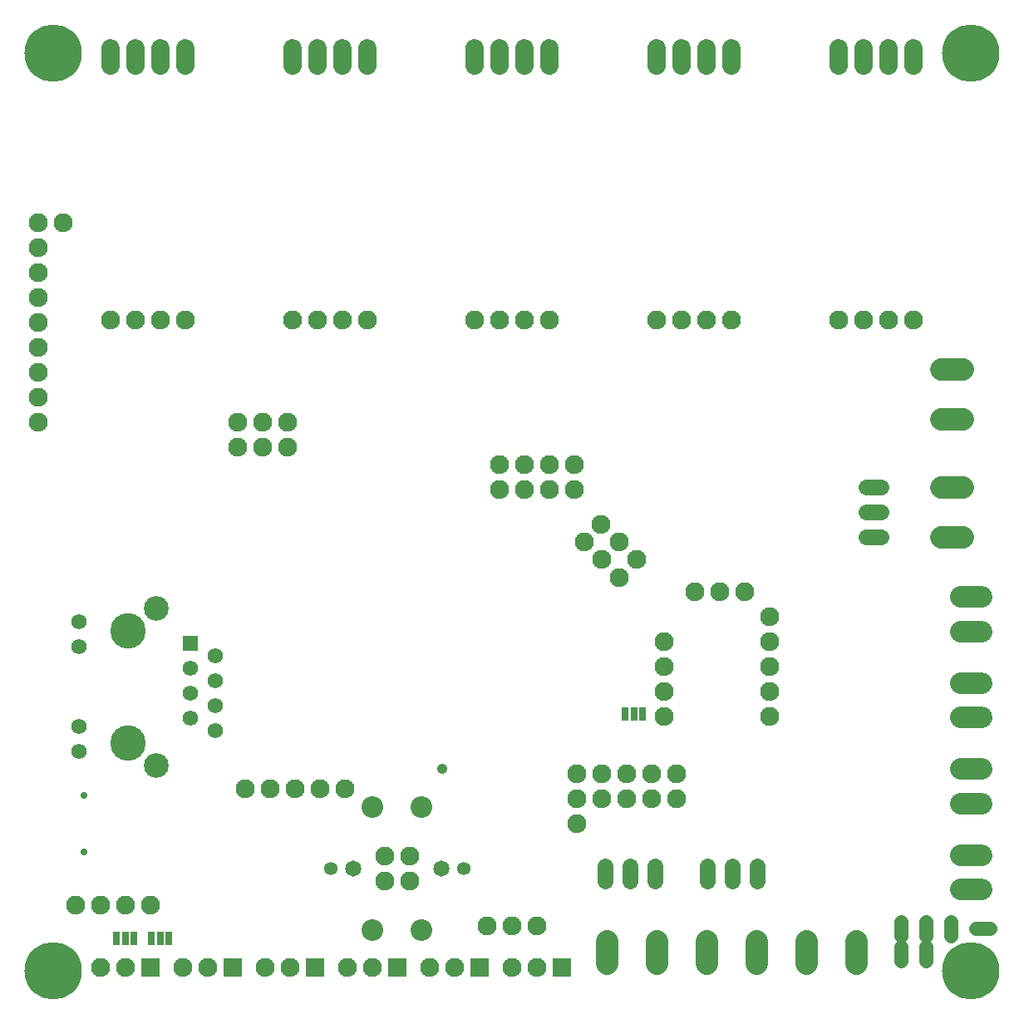
<source format=gbr>
G04 EAGLE Gerber RS-274X export*
G75*
%MOMM*%
%FSLAX34Y34*%
%LPD*%
%INGBS*%
%IPPOS*%
%AMOC8*
5,1,8,0,0,1.08239X$1,22.5*%
G01*
%ADD10C,2.209800*%
%ADD11C,1.358800*%
%ADD12C,1.650800*%
%ADD13R,1.930400X1.930400*%
%ADD14C,1.930400*%
%ADD15C,1.828800*%
%ADD16C,1.574800*%
%ADD17C,2.184400*%
%ADD18C,1.473200*%
%ADD19R,1.574800X1.574800*%
%ADD20C,1.574800*%
%ADD21C,2.527300*%
%ADD22C,3.606800*%
%ADD23R,0.685800X1.320800*%
%ADD24C,2.300800*%
%ADD25C,0.700800*%
%ADD26C,5.850800*%
%ADD27C,1.158800*%
%ADD28C,1.050800*%


D10*
X-91840Y-298180D03*
X-91840Y-423180D03*
X-141840Y-298180D03*
X-141840Y-423180D03*
D11*
X-49340Y-360680D03*
X-184340Y-360680D03*
D12*
X-71840Y-360680D03*
X-161840Y-360680D03*
D13*
X-368300Y-461010D03*
D14*
X-393700Y-461010D03*
X-419100Y-461010D03*
D13*
X-284480Y-461010D03*
D14*
X-309880Y-461010D03*
X-335280Y-461010D03*
D13*
X-200660Y-461010D03*
D14*
X-226060Y-461010D03*
X-251460Y-461010D03*
D13*
X-116840Y-461010D03*
D14*
X-142240Y-461010D03*
X-167640Y-461010D03*
D13*
X-33020Y-461010D03*
D14*
X-58420Y-461010D03*
X-83820Y-461010D03*
D13*
X50800Y-461010D03*
D14*
X25400Y-461010D03*
X0Y-461010D03*
X167640Y-264160D03*
X142240Y-264160D03*
X116840Y-264160D03*
X91440Y-264160D03*
X167640Y-289560D03*
X142240Y-289560D03*
X116840Y-289560D03*
X91440Y-289560D03*
X73660Y-27940D03*
X91621Y-45901D03*
X109581Y-63861D03*
X127000Y-45720D03*
X109039Y-27759D03*
X91079Y-9799D03*
X-25400Y-419100D03*
X0Y-419100D03*
X25400Y-419100D03*
X-129540Y-347980D03*
X-104140Y-347980D03*
X-129540Y-373380D03*
X-104140Y-373380D03*
X-482600Y271780D03*
X-482600Y246380D03*
X-482600Y220980D03*
X-482600Y195580D03*
X-482600Y170180D03*
X-482600Y144780D03*
X-482600Y119380D03*
X-482600Y93980D03*
D15*
X-408940Y457200D02*
X-408940Y474980D01*
X-383540Y474980D02*
X-383540Y457200D01*
X-358140Y457200D02*
X-358140Y474980D01*
X-332740Y474980D02*
X-332740Y457200D01*
X-223520Y457200D02*
X-223520Y474980D01*
X-198120Y474980D02*
X-198120Y457200D01*
X-172720Y457200D02*
X-172720Y474980D01*
X-147320Y474980D02*
X-147320Y457200D01*
X-38100Y457200D02*
X-38100Y474980D01*
X-12700Y474980D02*
X-12700Y457200D01*
X12700Y457200D02*
X12700Y474980D01*
X38100Y474980D02*
X38100Y457200D01*
X147320Y457200D02*
X147320Y474980D01*
X172720Y474980D02*
X172720Y457200D01*
X198120Y457200D02*
X198120Y474980D01*
X223520Y474980D02*
X223520Y457200D01*
D16*
X250190Y-358140D02*
X250190Y-373380D01*
X224790Y-373380D02*
X224790Y-358140D01*
X199390Y-358140D02*
X199390Y-373380D01*
X146050Y-373380D02*
X146050Y-358140D01*
X120650Y-358140D02*
X120650Y-373380D01*
X95250Y-373380D02*
X95250Y-358140D01*
D17*
X457200Y-259360D02*
X478536Y-259360D01*
X478536Y-294360D02*
X457200Y-294360D01*
X457200Y-171730D02*
X478536Y-171730D01*
X478536Y-206730D02*
X457200Y-206730D01*
D18*
X472440Y-421640D02*
X486664Y-421640D01*
X447040Y-428752D02*
X447040Y-414528D01*
X396240Y-414528D02*
X396240Y-428752D01*
X421640Y-428752D02*
X421640Y-414528D01*
X396240Y-439928D02*
X396240Y-454152D01*
X421640Y-454152D02*
X421640Y-439928D01*
D14*
X-279400Y68580D03*
X-254000Y68580D03*
X-228600Y68580D03*
X-228600Y93980D03*
X-254000Y93980D03*
X-279400Y93980D03*
D19*
X-327660Y-130810D03*
D20*
X-302260Y-143510D03*
X-327660Y-156210D03*
X-302260Y-168910D03*
X-327660Y-181610D03*
X-302260Y-194310D03*
X-327660Y-207010D03*
X-302260Y-219710D03*
D21*
X-361950Y-95250D03*
X-361950Y-255270D03*
D20*
X-440690Y-241300D03*
X-440690Y-215900D03*
X-440690Y-109220D03*
X-440690Y-134620D03*
D22*
X-391160Y-118110D03*
X-391160Y-232410D03*
D14*
X66040Y-264160D03*
X66040Y-289560D03*
X66040Y-314960D03*
X-408940Y198120D03*
X-383540Y198120D03*
X-358140Y198120D03*
X-332740Y198120D03*
X-223520Y198120D03*
X-198120Y198120D03*
X-172720Y198120D03*
X-147320Y198120D03*
X-38100Y198120D03*
X-12700Y198120D03*
X12700Y198120D03*
X38100Y198120D03*
X147320Y198120D03*
X172720Y198120D03*
X198120Y198120D03*
X223520Y198120D03*
X154940Y-205740D03*
X154940Y-180340D03*
X154940Y-154940D03*
X154940Y-129540D03*
D23*
X-402590Y-431800D03*
X-393700Y-431800D03*
X-384810Y-431800D03*
D24*
X96520Y-434340D02*
X96520Y-456840D01*
X147320Y-456840D02*
X147320Y-434340D01*
D15*
X332740Y457200D02*
X332740Y474980D01*
X358140Y474980D02*
X358140Y457200D01*
X383540Y457200D02*
X383540Y474980D01*
X408940Y474980D02*
X408940Y457200D01*
D14*
X332740Y198120D03*
X358140Y198120D03*
X383540Y198120D03*
X408940Y198120D03*
D17*
X457200Y-84100D02*
X478536Y-84100D01*
X478536Y-119100D02*
X457200Y-119100D01*
D16*
X375920Y27940D02*
X360680Y27940D01*
X360680Y2540D02*
X375920Y2540D01*
X375920Y-22860D02*
X360680Y-22860D01*
D14*
X-170180Y-279400D03*
X-195580Y-279400D03*
X-220980Y-279400D03*
X-246380Y-279400D03*
X-271780Y-279400D03*
X262890Y-104140D03*
X262890Y-129540D03*
X262890Y-154940D03*
X262890Y-180340D03*
X262890Y-205740D03*
X-12700Y25400D03*
X12700Y25400D03*
X38100Y25400D03*
X63500Y25400D03*
D23*
X-349250Y-431800D03*
X-358140Y-431800D03*
X-367030Y-431800D03*
X115570Y-203200D03*
X124460Y-203200D03*
X133350Y-203200D03*
D14*
X63500Y50800D03*
X38100Y50800D03*
X12700Y50800D03*
X-12700Y50800D03*
D24*
X436880Y-22860D02*
X459380Y-22860D01*
X459380Y27940D02*
X436880Y27940D01*
D14*
X-457200Y297180D03*
X-482600Y297180D03*
D25*
X-436090Y-286060D03*
X-436090Y-343860D03*
D26*
X-467360Y469900D03*
D27*
X-467360Y491900D03*
X-467360Y447900D03*
X-489360Y469900D03*
X-445360Y469900D03*
X-451860Y485400D03*
X-451860Y454400D03*
X-482860Y485400D03*
X-482860Y454400D03*
D26*
X467360Y-464820D03*
D27*
X467360Y-442820D03*
X467360Y-486820D03*
X445360Y-464820D03*
X489360Y-464820D03*
X482860Y-449320D03*
X482860Y-480320D03*
X451860Y-449320D03*
X451860Y-480320D03*
D26*
X467360Y469900D03*
D27*
X467360Y491900D03*
X467360Y447900D03*
X445360Y469900D03*
X489360Y469900D03*
X482860Y485400D03*
X482860Y454400D03*
X451860Y485400D03*
X451860Y454400D03*
D26*
X-467360Y-464820D03*
D27*
X-467360Y-442820D03*
X-467360Y-486820D03*
X-489360Y-464820D03*
X-445360Y-464820D03*
X-451860Y-449320D03*
X-451860Y-480320D03*
X-482860Y-449320D03*
X-482860Y-480320D03*
D24*
X436880Y97790D02*
X459380Y97790D01*
X459380Y148590D02*
X436880Y148590D01*
X198120Y-434340D02*
X198120Y-456840D01*
X248920Y-456840D02*
X248920Y-434340D01*
D17*
X457200Y-346990D02*
X478536Y-346990D01*
X478536Y-381990D02*
X457200Y-381990D01*
D24*
X299720Y-434340D02*
X299720Y-456840D01*
X350520Y-456840D02*
X350520Y-434340D01*
D14*
X-368300Y-397510D03*
X-393700Y-397510D03*
X-419100Y-397510D03*
X-444500Y-397510D03*
X186690Y-78740D03*
X212090Y-78740D03*
X237490Y-78740D03*
D28*
X-71120Y-259080D03*
M02*

</source>
